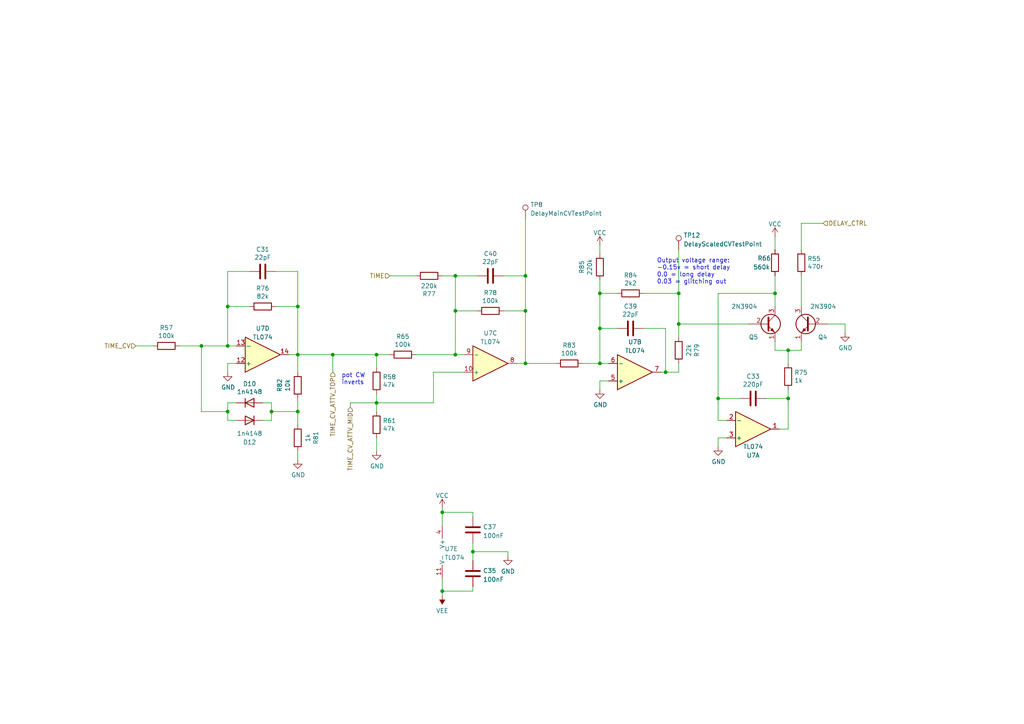
<source format=kicad_sch>
(kicad_sch (version 20211123) (generator eeschema)
  (paper "A4")
  (title_block (title "Ouroboros") (date "2023-05-13") (rev "r02") (comment 2 "creativecommons.org/licenses/by/4.0/") (comment 3 "License: CC BY 4.0") (comment 4 "Author: Guy John"))
  (lib_symbols
    (symbol "Amplifier_Operational:TL074" (pin_names (offset 0.127))
      (property "Reference" "U" (at 0 5.08 0))
      (property "Value" "TL074" (at 0 -5.08 0))
      (symbol "TL074_1_1"
        (polyline (pts (xy -5.08 5.08) (xy 5.08 0) (xy -5.08 -5.08) (xy -5.08 5.08)) (stroke (width 0.254)) (fill (type background)))
        (pin output line (at 7.62 0 180) (length 2.54) (name "~") (number "1"))
        (pin input line (at -7.62 -2.54 0) (length 2.54) (name "-") (number "2"))
        (pin input line (at -7.62 2.54 0) (length 2.54) (name "+") (number "3"))
      )
      (symbol "TL074_2_1"
        (polyline (pts (xy -5.08 5.08) (xy 5.08 0) (xy -5.08 -5.08) (xy -5.08 5.08)) (stroke (width 0.254)) (fill (type background)))
        (pin input line (at -7.62 2.54 0) (length 2.54) (name "+") (number "5"))
        (pin input line (at -7.62 -2.54 0) (length 2.54) (name "-") (number "6"))
        (pin output line (at 7.62 0 180) (length 2.54) (name "~") (number "7"))
      )
      (symbol "TL074_3_1"
        (polyline (pts (xy -5.08 5.08) (xy 5.08 0) (xy -5.08 -5.08) (xy -5.08 5.08)) (stroke (width 0.254)) (fill (type background)))
        (pin input line (at -7.62 2.54 0) (length 2.54) (name "+") (number "10"))
        (pin output line (at 7.62 0 180) (length 2.54) (name "~") (number "8"))
        (pin input line (at -7.62 -2.54 0) (length 2.54) (name "-") (number "9"))
      )
      (symbol "TL074_4_1"
        (polyline (pts (xy -5.08 5.08) (xy 5.08 0) (xy -5.08 -5.08) (xy -5.08 5.08)) (stroke (width 0.254)) (fill (type background)))
        (pin input line (at -7.62 2.54 0) (length 2.54) (name "+") (number "12"))
        (pin input line (at -7.62 -2.54 0) (length 2.54) (name "-") (number "13"))
        (pin output line (at 7.62 0 180) (length 2.54) (name "~") (number "14"))
      )
      (symbol "TL074_5_1"
        (pin power_in line (at -2.54 -7.62 90) (length 3.81) (name "V-") (number "11"))
        (pin power_in line (at -2.54 7.62 270) (length 3.81) (name "V+") (number "4"))
      )
    )
    (symbol "Connector:TestPoint" (pin_numbers hide) (pin_names (offset 0.762) hide)
      (property "Reference" "TP" (at 0 6.858 0))
      (property "Value" "TestPoint" (at 0 5.08 0))
      (symbol "TestPoint_0_1"
        (circle (center 0 3.302) (radius 0.762))
      )
      (symbol "TestPoint_1_1"
        (pin passive line (at 0 0 90) (length 2.54) (name "1") (number "1"))
      )
    )
    (symbol "Device:D" (pin_numbers hide) (pin_names (offset 1.016) hide)
      (property "Reference" "D" (at 0 2.54 0))
      (property "Value" "D" (at 0 -2.54 0))
      (symbol "D_0_1"
        (polyline (pts (xy -1.27 1.27) (xy -1.27 -1.27)) (stroke (width 0.254)))
        (polyline (pts (xy 1.27 0) (xy -1.27 0)))
        (polyline (pts (xy 1.27 1.27) (xy 1.27 -1.27) (xy -1.27 0) (xy 1.27 1.27)) (stroke (width 0.254)))
      )
      (symbol "D_1_1"
        (pin passive line (at -3.81 0 0) (length 2.54) (name "K") (number "1"))
        (pin passive line (at 3.81 0 180) (length 2.54) (name "A") (number "2"))
      )
    )
    (symbol "Transistor_BJT:2N3904" (pin_names (offset 0) hide)
      (property "Reference" "Q" (at 5.08 1.905 0))
      (property "Value" "2N3904" (at 5.08 0 0))
      (symbol "2N3904_0_1"
        (polyline (pts (xy 0.635 0.635) (xy 2.54 2.54)))
        (polyline (pts (xy 0.635 -0.635) (xy 2.54 -2.54) (xy 2.54 -2.54)))
        (polyline (pts (xy 0.635 1.905) (xy 0.635 -1.905) (xy 0.635 -1.905)) (stroke (width 0.508)))
        (polyline (pts (xy 1.27 -1.778) (xy 1.778 -1.27) (xy 2.286 -2.286) (xy 1.27 -1.778) (xy 1.27 -1.778)) (fill (type outline)))
        (circle (center 1.27 0) (radius 2.8194) (stroke (width 0.254)))
      )
      (symbol "2N3904_1_1"
        (pin passive line (at 2.54 -5.08 90) (length 2.54) (name "E") (number "1"))
        (pin passive line (at -5.08 0 0) (length 5.715) (name "B") (number "2"))
        (pin passive line (at 2.54 5.08 270) (length 2.54) (name "C") (number "3"))
      )
    )
    (symbol "power:GND" (power) (pin_names (offset 0))
      (property "Value" "GND" (at 0 -3.81 0))
      (symbol "GND_0_1"
        (polyline (pts (xy 0 0) (xy 0 -1.27) (xy 1.27 -1.27) (xy 0 -2.54) (xy -1.27 -1.27) (xy 0 -1.27)))
      )
      (symbol "GND_1_1"
        (pin power_in line (at 0 0 270) (length 0) hide (name "GND") (number "1"))
      )
    )
    (symbol "power:VCC" (power) (pin_names (offset 0))
      (property "Value" "VCC" (at 0 3.81 0))
      (symbol "VCC_0_1"
        (polyline (pts (xy -0.762 1.27) (xy 0 2.54)))
        (polyline (pts (xy 0 0) (xy 0 2.54)))
        (polyline (pts (xy 0 2.54) (xy 0.762 1.27)))
      )
      (symbol "VCC_1_1"
        (pin power_in line (at 0 0 90) (length 0) hide (name "VCC") (number "1"))
      )
    )
    (symbol "power:VEE" (power) (pin_names (offset 0))
      (property "Value" "VEE" (at 0 3.81 0))
      (symbol "VEE_0_1"
        (polyline (pts (xy 0 0) (xy 0 2.54)))
        (polyline (pts (xy 0.762 1.27) (xy -0.762 1.27) (xy 0 2.54) (xy 0.762 1.27)) (fill (type outline)))
      )
      (symbol "VEE_1_1"
        (pin power_in line (at 0 0 90) (length 0) hide (name "VEE") (number "1"))
      )
    )
    (symbol "rumblesan-standard-parts:C" (pin_numbers hide) (pin_names (offset 0.254))
      (property "Reference" "C12" (at -3.175 0 90))
      (property "Value" "C" (at 1.905 1.905 90))
      (symbol "C_0_1"
        (polyline (pts (xy -2.032 -0.762) (xy 2.032 -0.762)) (stroke (width 0.508)))
        (polyline (pts (xy -2.032 0.762) (xy 2.032 0.762)) (stroke (width 0.508)))
      )
      (symbol "C_1_1"
        (pin passive line (at 0 3.81 270) (length 2.794) (name "~") (number "1"))
        (pin passive line (at 0 -3.81 90) (length 2.794) (name "~") (number "2"))
      )
    )
    (symbol "rumblesan-standard-parts:R" (pin_numbers hide) (pin_names (offset 0))
      (property "Reference" "R?" (at 0 0 90))
      (property "Value" "R" (at 0.635 1.905 90))
      (symbol "R_0_1"
        (rectangle (start 1.016 2.54) (end -1.016 -2.54) (stroke (width 0.254)))
      )
      (symbol "R_1_1"
        (pin passive line (at 0 -3.81 90) (length 1.27) (name "~") (number "1"))
        (pin passive line (at 0 3.81 270) (length 1.27) (name "~") (number "2"))
      )
    )
  )
  (junction (at 137.16 160.02))
  (junction (at 128.27 171.45))
  (junction (at 132.08 80.01))
  (junction (at 196.85 85.09))
  (junction (at 78.74 119.38))
  (junction (at 173.99 105.41))
  (junction (at 152.4 105.41))
  (junction (at 173.99 85.09))
  (junction (at 109.22 102.87))
  (junction (at 66.04 119.38))
  (junction (at 228.6 101.6))
  (junction (at 224.79 85.09))
  (junction (at 86.36 102.87))
  (junction (at 66.04 88.9))
  (junction (at 228.6 115.57))
  (junction (at 86.36 119.38))
  (junction (at 128.27 148.59))
  (junction (at 86.36 88.9))
  (junction (at 173.99 95.25))
  (junction (at 96.52 102.87))
  (junction (at 152.4 90.17))
  (junction (at 196.85 93.98))
  (junction (at 132.08 90.17))
  (junction (at 132.08 102.87))
  (junction (at 109.22 116.84))
  (junction (at 66.04 100.33))
  (junction (at 152.4 80.01))
  (junction (at 193.04 107.95))
  (junction (at 58.42 100.33))
  (junction (at 208.28 115.57))
  (wire (pts (xy 232.41 80.01) (xy 232.41 88.9)))
  (wire (pts (xy 245.11 93.98) (xy 245.11 96.52)))
  (wire (pts (xy 173.99 81.28) (xy 173.99 85.09)))
  (wire (pts (xy 101.6 116.84) (xy 109.22 116.84)))
  (wire (pts (xy 208.28 127) (xy 208.28 129.54)))
  (wire (pts (xy 173.99 95.25) (xy 173.99 85.09)))
  (wire (pts (xy 109.22 114.3) (xy 109.22 116.84)))
  (wire (pts (xy 176.53 110.49) (xy 173.99 110.49)))
  (wire (pts (xy 125.73 116.84) (xy 109.22 116.84)))
  (wire (pts (xy 132.08 80.01) (xy 138.43 80.01)))
  (wire (pts (xy 58.42 100.33) (xy 66.04 100.33)))
  (wire (pts (xy 193.04 107.95) (xy 193.04 95.25)))
  (wire (pts (xy 113.03 80.01) (xy 120.65 80.01)))
  (wire (pts (xy 39.37 100.33) (xy 44.45 100.33)))
  (wire (pts (xy 58.42 119.38) (xy 58.42 100.33)))
  (wire (pts (xy 86.36 119.38) (xy 86.36 123.19)))
  (wire (pts (xy 109.22 127) (xy 109.22 130.81)))
  (wire (pts (xy 196.85 72.39) (xy 196.85 85.09)))
  (wire (pts (xy 191.77 107.95) (xy 193.04 107.95)))
  (wire (pts (xy 109.22 116.84) (xy 109.22 119.38)))
  (wire (pts (xy 210.82 121.92) (xy 208.28 121.92)))
  (wire (pts (xy 208.28 121.92) (xy 208.28 115.57)))
  (wire (pts (xy 128.27 147.32) (xy 128.27 148.59)))
  (wire (pts (xy 193.04 107.95) (xy 196.85 107.95)))
  (wire (pts (xy 168.91 105.41) (xy 173.99 105.41)))
  (wire (pts (xy 132.08 80.01) (xy 132.08 90.17)))
  (wire (pts (xy 149.86 105.41) (xy 152.4 105.41)))
  (wire (pts (xy 137.16 148.59) (xy 128.27 148.59)))
  (wire (pts (xy 58.42 100.33) (xy 52.07 100.33)))
  (wire (pts (xy 173.99 110.49) (xy 173.99 113.03)))
  (wire (pts (xy 86.36 88.9) (xy 80.01 88.9)))
  (wire (pts (xy 128.27 80.01) (xy 132.08 80.01)))
  (wire (pts (xy 128.27 148.59) (xy 128.27 152.4)))
  (wire (pts (xy 193.04 95.25) (xy 186.69 95.25)))
  (wire (pts (xy 66.04 119.38) (xy 66.04 116.84)))
  (wire (pts (xy 240.03 93.98) (xy 245.11 93.98)))
  (wire (pts (xy 152.4 90.17) (xy 152.4 105.41)))
  (wire (pts (xy 128.27 171.45) (xy 128.27 172.72)))
  (wire (pts (xy 68.58 105.41) (xy 66.04 105.41)))
  (wire (pts (xy 173.99 105.41) (xy 176.53 105.41)))
  (wire (pts (xy 228.6 101.6) (xy 224.79 101.6)))
  (wire (pts (xy 109.22 102.87) (xy 113.03 102.87)))
  (wire (pts (xy 66.04 121.92) (xy 66.04 119.38)))
  (wire (pts (xy 134.62 107.95) (xy 125.73 107.95)))
  (wire (pts (xy 137.16 170.18) (xy 137.16 171.45)))
  (wire (pts (xy 66.04 119.38) (xy 58.42 119.38)))
  (wire (pts (xy 146.05 80.01) (xy 152.4 80.01)))
  (wire (pts (xy 125.73 107.95) (xy 125.73 116.84)))
  (wire (pts (xy 132.08 90.17) (xy 132.08 102.87)))
  (wire (pts (xy 86.36 102.87) (xy 96.52 102.87)))
  (wire (pts (xy 196.85 85.09) (xy 196.85 93.98)))
  (wire (pts (xy 138.43 90.17) (xy 132.08 90.17)))
  (wire (pts (xy 224.79 85.09) (xy 224.79 80.01)))
  (wire (pts (xy 76.2 116.84) (xy 78.74 116.84)))
  (wire (pts (xy 208.28 115.57) (xy 214.63 115.57)))
  (wire (pts (xy 66.04 78.74) (xy 66.04 88.9)))
  (wire (pts (xy 208.28 115.57) (xy 208.28 85.09)))
  (wire (pts (xy 208.28 85.09) (xy 224.79 85.09)))
  (wire (pts (xy 232.41 64.77) (xy 232.41 72.39)))
  (wire (pts (xy 186.69 85.09) (xy 196.85 85.09)))
  (wire (pts (xy 137.16 157.48) (xy 137.16 160.02)))
  (wire (pts (xy 86.36 88.9) (xy 86.36 78.74)))
  (wire (pts (xy 173.99 71.12) (xy 173.99 73.66)))
  (wire (pts (xy 137.16 149.86) (xy 137.16 148.59)))
  (wire (pts (xy 128.27 167.64) (xy 128.27 171.45)))
  (wire (pts (xy 96.52 107.95) (xy 96.52 102.87)))
  (wire (pts (xy 224.79 68.58) (xy 224.79 72.39)))
  (wire (pts (xy 66.04 100.33) (xy 66.04 88.9)))
  (wire (pts (xy 120.65 102.87) (xy 132.08 102.87)))
  (wire (pts (xy 147.32 161.29) (xy 147.32 160.02)))
  (wire (pts (xy 86.36 102.87) (xy 86.36 88.9)))
  (wire (pts (xy 86.36 102.87) (xy 86.36 107.95)))
  (wire (pts (xy 173.99 85.09) (xy 179.07 85.09)))
  (wire (pts (xy 86.36 119.38) (xy 78.74 119.38)))
  (wire (pts (xy 96.52 102.87) (xy 109.22 102.87)))
  (wire (pts (xy 147.32 160.02) (xy 137.16 160.02)))
  (wire (pts (xy 222.25 115.57) (xy 228.6 115.57)))
  (wire (pts (xy 66.04 116.84) (xy 68.58 116.84)))
  (wire (pts (xy 72.39 78.74) (xy 66.04 78.74)))
  (wire (pts (xy 132.08 102.87) (xy 134.62 102.87)))
  (wire (pts (xy 196.85 107.95) (xy 196.85 105.41)))
  (wire (pts (xy 224.79 101.6) (xy 224.79 99.06)))
  (wire (pts (xy 228.6 105.41) (xy 228.6 101.6)))
  (wire (pts (xy 83.82 102.87) (xy 86.36 102.87)))
  (wire (pts (xy 66.04 100.33) (xy 68.58 100.33)))
  (wire (pts (xy 86.36 78.74) (xy 80.01 78.74)))
  (wire (pts (xy 109.22 106.68) (xy 109.22 102.87)))
  (wire (pts (xy 66.04 105.41) (xy 66.04 107.95)))
  (wire (pts (xy 86.36 130.81) (xy 86.36 133.35)))
  (wire (pts (xy 232.41 99.06) (xy 232.41 101.6)))
  (wire (pts (xy 152.4 80.01) (xy 152.4 90.17)))
  (wire (pts (xy 152.4 105.41) (xy 161.29 105.41)))
  (wire (pts (xy 137.16 171.45) (xy 128.27 171.45)))
  (wire (pts (xy 68.58 121.92) (xy 66.04 121.92)))
  (wire (pts (xy 137.16 160.02) (xy 137.16 162.56)))
  (wire (pts (xy 78.74 121.92) (xy 76.2 121.92)))
  (wire (pts (xy 179.07 95.25) (xy 173.99 95.25)))
  (wire (pts (xy 78.74 119.38) (xy 78.74 121.92)))
  (wire (pts (xy 66.04 88.9) (xy 72.39 88.9)))
  (wire (pts (xy 86.36 115.57) (xy 86.36 119.38)))
  (wire (pts (xy 232.41 101.6) (xy 228.6 101.6)))
  (wire (pts (xy 228.6 124.46) (xy 226.06 124.46)))
  (wire (pts (xy 232.41 64.77) (xy 238.76 64.77)))
  (wire (pts (xy 196.85 93.98) (xy 196.85 97.79)))
  (wire (pts (xy 228.6 124.46) (xy 228.6 115.57)))
  (wire (pts (xy 101.6 118.11) (xy 101.6 116.84)))
  (wire (pts (xy 146.05 90.17) (xy 152.4 90.17)))
  (wire (pts (xy 173.99 105.41) (xy 173.99 95.25)))
  (wire (pts (xy 210.82 127) (xy 208.28 127)))
  (wire (pts (xy 228.6 113.03) (xy 228.6 115.57)))
  (wire (pts (xy 217.17 93.98) (xy 196.85 93.98)))
  (wire (pts (xy 152.4 63.5) (xy 152.4 80.01)))
  (wire (pts (xy 78.74 116.84) (xy 78.74 119.38)))
  (wire (pts (xy 224.79 85.09) (xy 224.79 88.9)))
  (text "Output voltage range:\n-0.15v = short delay\n0.0 = long delay\n0.03 = glitching out" (at 190.5 82.55 0) (effects (font (size 1.27 1.27)) (justify left bottom)))
  (text "pot CW\ninverts" (at 99.06 111.76 0) (effects (font (size 1.27 1.27)) (justify left bottom)))
  (hierarchical_label "TIME_CV_ATTV_TOP" (shape input) (at 96.52 107.95 270))
  (hierarchical_label "DELAY_CTRL" (shape input) (at 238.76 64.77 0))
  (hierarchical_label "TIME_CV_ATTV_MID" (shape input) (at 101.6 118.11 270))
  (hierarchical_label "TIME" (shape input) (at 113.03 80.01 180))
  (hierarchical_label "TIME_CV" (shape input) (at 39.37 100.33 180))
  (symbol (lib_id "rumblesan-standard-parts:R") (at 124.46 80.01 90) (unit 1)
    (property "Reference" "R77" (at 124.46 85.2678 90))
    (property "Value" "220k" (at 124.46 82.9564 90))
    (property "Footprint" "rumblesan-standard-parts:R_Axial_DIN0207_L6.3mm_D2.5mm_P10.16mm_Horizontal" (effects hide))
    (property "Spec" "metal film" (effects hide))
    (property "Tolerance" "1%" (effects hide))
    (property "Power" "0.5W" (effects hide))
  )
  (symbol (lib_id "power:GND") (at 109.22 130.81 0) (unit 1)
    (property "Reference" "#PWR0186" (effects hide))
    (property "Value" "GND" (at 109.347 135.2042 0))
  )
  (symbol (lib_id "rumblesan-standard-parts:R") (at 224.79 76.2 0) (unit 1)
    (property "Reference" "R66" (at 219.71 74.93 0) (effects (justify left)))
    (property "Value" "560k" (at 218.44 77.47 0) (effects (justify left)))
    (property "Footprint" "rumblesan-standard-parts:R_Axial_DIN0207_L6.3mm_D2.5mm_P10.16mm_Horizontal" (effects hide))
    (property "Spec" "metal film" (effects hide))
    (property "Tolerance" "1%" (effects hide))
    (property "Power" "0.5W" (effects hide))
  )
  (symbol (lib_id "Connector:TestPoint") (at 196.85 72.39 0) (unit 1)
    (property "Reference" "TP12" (at 198.247 68.2533 0) (effects (justify left)))
    (property "Value" "DelayScaledCVTestPoint" (at 198.247 70.7902 0) (effects (justify left)))
    (property "Footprint" "rumblesan-standard-parts:TestPoint_Loop_D2.50mm_Drill1.0mm_LowProfile" (effects hide))
  )
  (symbol (lib_id "Device:D") (at 72.39 116.84 0) (unit 1)
    (property "Reference" "D10" (at 72.39 111.3282 0))
    (property "Value" "1n4148" (at 72.39 113.6396 0))
    (property "Footprint" "rumblesan-standard-parts:D_DO-35_SOD27_P7.62mm_Horizontal" (effects hide))
  )
  (symbol (lib_id "rumblesan-standard-parts:R") (at 228.6 109.22 0) (unit 1)
    (property "Reference" "R75" (at 230.378 108.0516 0) (effects (justify left)))
    (property "Value" "1k" (at 230.378 110.363 0) (effects (justify left)))
    (property "Footprint" "rumblesan-standard-parts:R_Axial_DIN0207_L6.3mm_D2.5mm_P10.16mm_Horizontal" (effects hide))
    (property "Spec" "metal film" (effects hide))
    (property "Tolerance" "1%" (effects hide))
    (property "Power" "0.5W" (effects hide))
  )
  (symbol (lib_id "power:VCC") (at 224.79 68.58 0) (unit 1)
    (property "Reference" "#PWR0190" (effects hide))
    (property "Value" "VCC" (at 224.79 65.0042 0))
  )
  (symbol (lib_id "power:VEE") (at 128.27 172.72 180) (unit 1)
    (property "Reference" "#PWR0200" (effects hide))
    (property "Value" "VEE" (at 128.27 177.1634 0))
  )
  (symbol (lib_id "rumblesan-standard-parts:R") (at 86.36 127 180) (unit 1)
    (property "Reference" "R81" (at 91.6178 127 90))
    (property "Value" "1k" (at 89.3064 127 90))
    (property "Footprint" "rumblesan-standard-parts:R_Axial_DIN0207_L6.3mm_D2.5mm_P10.16mm_Horizontal" (effects hide))
    (property "Spec" "metal film" (effects hide))
    (property "Tolerance" "1%" (effects hide))
    (property "Power" "0.5W" (effects hide))
  )
  (symbol (lib_id "rumblesan-standard-parts:R") (at 182.88 85.09 270) (unit 1)
    (property "Reference" "R84" (at 182.88 79.8322 90))
    (property "Value" "2k2" (at 182.88 82.1436 90))
    (property "Footprint" "rumblesan-standard-parts:R_Axial_DIN0207_L6.3mm_D2.5mm_P10.16mm_Horizontal" (effects hide))
    (property "Spec" "metal film" (effects hide))
    (property "Tolerance" "1%" (effects hide))
    (property "Power" "0.5W" (effects hide))
  )
  (symbol (lib_id "rumblesan-standard-parts:C") (at 182.88 95.25 270) (unit 1)
    (property "Reference" "C39" (at 182.88 88.8492 90))
    (property "Value" "22pF" (at 182.88 91.1606 90))
    (property "Footprint" "rumblesan-standard-parts:C_Rect_L7.0mm_W2.5mm_P5.00mm" (effects hide))
    (property "Spec" "ceramic C0G" (effects hide))
    (property "Tolerance" "5%" (effects hide))
  )
  (symbol (lib_id "rumblesan-standard-parts:R") (at 142.24 90.17 270) (unit 1)
    (property "Reference" "R78" (at 142.24 84.9122 90))
    (property "Value" "100k" (at 142.24 87.2236 90))
    (property "Footprint" "rumblesan-standard-parts:R_Axial_DIN0207_L6.3mm_D2.5mm_P10.16mm_Horizontal" (effects hide))
    (property "Spec" "metal film" (effects hide))
    (property "Tolerance" "1%" (effects hide))
    (property "Power" "0.5W" (effects hide))
  )
  (symbol (lib_id "Device:D") (at 72.39 121.92 180) (unit 1)
    (property "Reference" "D12" (at 72.39 128.27 0))
    (property "Value" "1n4148" (at 72.39 125.73 0))
    (property "Footprint" "rumblesan-standard-parts:D_DO-35_SOD27_P7.62mm_Horizontal" (effects hide))
  )
  (symbol (lib_id "rumblesan-standard-parts:R") (at 109.22 110.49 180) (unit 1)
    (property "Reference" "R58" (at 110.998 109.3216 0) (effects (justify right)))
    (property "Value" "47k" (at 110.998 111.633 0) (effects (justify right)))
    (property "Footprint" "rumblesan-standard-parts:R_Axial_DIN0207_L6.3mm_D2.5mm_P10.16mm_Horizontal" (effects hide))
    (property "Spec" "metal film" (effects hide))
    (property "Tolerance" "1%" (effects hide))
    (property "Power" "0.5W" (effects hide))
  )
  (symbol (lib_id "rumblesan-standard-parts:R") (at 165.1 105.41 270) (unit 1)
    (property "Reference" "R83" (at 165.1 100.1522 90))
    (property "Value" "100k" (at 165.1 102.4636 90))
    (property "Footprint" "rumblesan-standard-parts:R_Axial_DIN0207_L6.3mm_D2.5mm_P10.16mm_Horizontal" (effects hide))
    (property "Spec" "metal film" (effects hide))
    (property "Tolerance" "1%" (effects hide))
    (property "Power" "0.5W" (effects hide))
  )
  (symbol (lib_id "rumblesan-standard-parts:C") (at 76.2 78.74 270) (unit 1)
    (property "Reference" "C31" (at 76.2 72.3392 90))
    (property "Value" "22pF" (at 76.2 74.6506 90))
    (property "Footprint" "rumblesan-standard-parts:C_Rect_L7.0mm_W2.5mm_P5.00mm" (effects hide))
    (property "Spec" "ceramic C0G" (effects hide))
    (property "Tolerance" "5%" (effects hide))
  )
  (symbol (lib_id "Amplifier_Operational:TL074") (at 130.81 160.02 0) (unit 5)
    (property "Reference" "U7" (at 128.905 159.1853 0) (effects (justify left)))
    (property "Value" "TL074" (at 128.905 161.7222 0) (effects (justify left)))
    (property "Footprint" "rumblesan-standard-parts:DIP-14_W7.62mm_Socket" (effects hide))
    (property "Datasheet" "http://www.ti.com/lit/ds/symlink/tl071.pdf" (effects hide))
  )
  (symbol (lib_id "rumblesan-standard-parts:C") (at 137.16 153.67 0) (unit 1)
    (property "Reference" "C37" (at 140.081 152.8353 0) (effects (justify left)))
    (property "Value" "100nF" (at 140.081 155.3722 0) (effects (justify left)))
    (property "Footprint" "rumblesan-standard-parts:C_Rect_L7.0mm_W2.5mm_P5.00mm" (effects hide))
    (property "Spec" "ceramic X7R" (effects hide))
    (property "Tolerance" "5%" (effects hide))
  )
  (symbol (lib_id "rumblesan-standard-parts:R") (at 76.2 88.9 270) (unit 1)
    (property "Reference" "R76" (at 76.2 83.6422 90))
    (property "Value" "82k" (at 76.2 85.9536 90))
    (property "Footprint" "rumblesan-standard-parts:R_Axial_DIN0207_L6.3mm_D2.5mm_P10.16mm_Horizontal" (effects hide))
    (property "Spec" "metal film" (effects hide))
    (property "Tolerance" "1%" (effects hide))
    (property "Power" "0.5W" (effects hide))
  )
  (symbol (lib_id "rumblesan-standard-parts:C") (at 142.24 80.01 270) (unit 1)
    (property "Reference" "C40" (at 142.24 73.6092 90))
    (property "Value" "22pF" (at 142.24 75.9206 90))
    (property "Footprint" "rumblesan-standard-parts:C_Rect_L7.0mm_W2.5mm_P5.00mm" (effects hide))
    (property "Spec" "ceramic C0G" (effects hide))
    (property "Tolerance" "5%" (effects hide))
  )
  (symbol (lib_id "Amplifier_Operational:TL074") (at 76.2 102.87 0) (mirror x) (unit 4)
    (property "Reference" "U7" (at 76.2 95.25 0))
    (property "Value" "TL074" (at 76.2 97.79 0))
    (property "Footprint" "rumblesan-standard-parts:DIP-14_W7.62mm_Socket" (effects hide))
    (property "Datasheet" "http://www.ti.com/lit/ds/symlink/tl071.pdf" (effects hide))
  )
  (symbol (lib_id "rumblesan-standard-parts:R") (at 109.22 123.19 180) (unit 1)
    (property "Reference" "R61" (at 110.998 122.0216 0) (effects (justify right)))
    (property "Value" "47k" (at 110.998 124.333 0) (effects (justify right)))
    (property "Footprint" "rumblesan-standard-parts:R_Axial_DIN0207_L6.3mm_D2.5mm_P10.16mm_Horizontal" (effects hide))
    (property "Spec" "metal film" (effects hide))
    (property "Tolerance" "1%" (effects hide))
    (property "Power" "0.5W" (effects hide))
  )
  (symbol (lib_id "Amplifier_Operational:TL074") (at 142.24 105.41 0) (mirror x) (unit 3)
    (property "Reference" "U7" (at 142.24 96.6302 0))
    (property "Value" "TL074" (at 142.24 99.1671 0))
    (property "Footprint" "rumblesan-standard-parts:DIP-14_W7.62mm_Socket" (effects hide))
    (property "Datasheet" "http://www.ti.com/lit/ds/symlink/tl071.pdf" (effects hide))
  )
  (symbol (lib_id "Transistor_BJT:2N3904") (at 222.25 93.98 0) (unit 1)
    (property "Reference" "Q5" (at 217.17 97.79 0) (effects (justify left)))
    (property "Value" "2N3904" (at 212.09 88.9 0) (effects (justify left)))
    (property "Footprint" "rumblesan-standard-parts:TO-92_Inline_Wide" (effects hide))
    (property "Datasheet" "https://www.onsemi.com/pub/Collateral/2N3903-D.PDF" (effects hide))
  )
  (symbol (lib_id "power:GND") (at 208.28 129.54 0) (unit 1)
    (property "Reference" "#PWR0189" (effects hide))
    (property "Value" "GND" (at 208.407 133.9342 0))
  )
  (symbol (lib_id "power:VCC") (at 173.99 71.12 0) (unit 1)
    (property "Reference" "#PWR0187" (effects hide))
    (property "Value" "VCC" (at 173.99 67.5442 0))
  )
  (symbol (lib_id "Amplifier_Operational:TL074") (at 184.15 107.95 0) (mirror x) (unit 2)
    (property "Reference" "U7" (at 184.15 99.1702 0))
    (property "Value" "TL074" (at 184.15 101.7071 0))
    (property "Footprint" "rumblesan-standard-parts:DIP-14_W7.62mm_Socket" (effects hide))
    (property "Datasheet" "http://www.ti.com/lit/ds/symlink/tl071.pdf" (effects hide))
  )
  (symbol (lib_id "rumblesan-standard-parts:C") (at 218.44 115.57 90) (unit 1)
    (property "Reference" "C33" (at 218.44 109.1692 90))
    (property "Value" "220pF" (at 218.44 111.4806 90))
    (property "Footprint" "rumblesan-standard-parts:C_Rect_L7.0mm_W2.5mm_P5.00mm" (effects hide))
    (property "Spec" "ceramic C0G" (effects hide))
    (property "Tolerance" "5%" (effects hide))
  )
  (symbol (lib_id "Amplifier_Operational:TL074") (at 218.44 124.46 0) (mirror x) (unit 1)
    (property "Reference" "U7" (at 218.44 132.08 0))
    (property "Value" "TL074" (at 218.44 129.54 0))
    (property "Footprint" "rumblesan-standard-parts:DIP-14_W7.62mm_Socket" (effects hide))
    (property "Datasheet" "http://www.ti.com/lit/ds/symlink/tl071.pdf" (effects hide))
  )
  (symbol (lib_id "rumblesan-standard-parts:R") (at 232.41 76.2 0) (unit 1)
    (property "Reference" "R55" (at 234.188 75.0316 0) (effects (justify left)))
    (property "Value" "470r" (at 234.188 77.343 0) (effects (justify left)))
    (property "Footprint" "rumblesan-standard-parts:R_Axial_DIN0207_L6.3mm_D2.5mm_P10.16mm_Horizontal" (effects hide))
    (property "Spec" "metal film" (effects hide))
    (property "Tolerance" "1%" (effects hide))
    (property "Power" "0.5W" (effects hide))
  )
  (symbol (lib_id "rumblesan-standard-parts:R") (at 116.84 102.87 270) (unit 1)
    (property "Reference" "R65" (at 116.84 97.6122 90))
    (property "Value" "100k" (at 116.84 99.9236 90))
    (property "Footprint" "rumblesan-standard-parts:R_Axial_DIN0207_L6.3mm_D2.5mm_P10.16mm_Horizontal" (effects hide))
    (property "Spec" "metal film" (effects hide))
    (property "Tolerance" "1%" (effects hide))
    (property "Power" "0.5W" (effects hide))
  )
  (symbol (lib_id "Connector:TestPoint") (at 152.4 63.5 0) (unit 1)
    (property "Reference" "TP8" (at 153.797 59.3633 0) (effects (justify left)))
    (property "Value" "DelayMainCVTestPoint" (at 153.797 61.9002 0) (effects (justify left)))
    (property "Footprint" "rumblesan-standard-parts:TestPoint_Loop_D2.50mm_Drill1.0mm_LowProfile" (effects hide))
  )
  (symbol (lib_id "power:GND") (at 86.36 133.35 0) (unit 1)
    (property "Reference" "#PWR0185" (effects hide))
    (property "Value" "GND" (at 86.487 137.7442 0))
  )
  (symbol (lib_id "power:GND") (at 147.32 161.29 0) (unit 1)
    (property "Reference" "#PWR0201" (effects hide))
    (property "Value" "GND" (at 147.32 165.7334 0))
  )
  (symbol (lib_id "rumblesan-standard-parts:R") (at 196.85 101.6 180) (unit 1)
    (property "Reference" "R79" (at 202.1078 101.6 90))
    (property "Value" "22k" (at 199.7964 101.6 90))
    (property "Footprint" "rumblesan-standard-parts:R_Axial_DIN0207_L6.3mm_D2.5mm_P10.16mm_Horizontal" (effects hide))
    (property "Spec" "metal film" (effects hide))
    (property "Tolerance" "1%" (effects hide))
    (property "Power" "0.5W" (effects hide))
  )
  (symbol (lib_id "Transistor_BJT:2N3904") (at 234.95 93.98 0) (mirror y) (unit 1)
    (property "Reference" "Q4" (at 240.03 97.79 0) (effects (justify left)))
    (property "Value" "2N3904" (at 242.57 88.9 0) (effects (justify left)))
    (property "Footprint" "rumblesan-standard-parts:TO-92_Inline_Wide" (effects hide))
    (property "Datasheet" "https://www.onsemi.com/pub/Collateral/2N3903-D.PDF" (effects hide))
  )
  (symbol (lib_id "power:GND") (at 66.04 107.95 0) (unit 1)
    (property "Reference" "#PWR0184" (effects hide))
    (property "Value" "GND" (at 66.167 112.3442 0))
  )
  (symbol (lib_id "rumblesan-standard-parts:C") (at 137.16 166.37 0) (unit 1)
    (property "Reference" "C35" (at 140.081 165.5353 0) (effects (justify left)))
    (property "Value" "100nF" (at 140.081 168.0722 0) (effects (justify left)))
    (property "Footprint" "rumblesan-standard-parts:C_Rect_L7.0mm_W2.5mm_P5.00mm" (effects hide))
    (property "Spec" "ceramic X7R" (effects hide))
    (property "Tolerance" "5%" (effects hide))
  )
  (symbol (lib_id "power:GND") (at 245.11 96.52 0) (unit 1)
    (property "Reference" "#PWR0191" (effects hide))
    (property "Value" "GND" (at 245.237 100.9142 0))
  )
  (symbol (lib_id "power:VCC") (at 128.27 147.32 0) (unit 1)
    (property "Reference" "#PWR0199" (effects hide))
    (property "Value" "VCC" (at 128.27 143.7442 0))
  )
  (symbol (lib_id "rumblesan-standard-parts:R") (at 173.99 77.47 0) (unit 1)
    (property "Reference" "R85" (at 168.7322 77.47 90))
    (property "Value" "220k" (at 171.0436 77.47 90))
    (property "Footprint" "rumblesan-standard-parts:R_Axial_DIN0207_L6.3mm_D2.5mm_P10.16mm_Horizontal" (effects hide))
    (property "Spec" "metal film" (effects hide))
    (property "Tolerance" "1%" (effects hide))
    (property "Power" "0.5W" (effects hide))
  )
  (symbol (lib_id "power:GND") (at 173.99 113.03 0) (unit 1)
    (property "Reference" "#PWR0188" (effects hide))
    (property "Value" "GND" (at 174.117 117.4242 0))
  )
  (symbol (lib_id "rumblesan-standard-parts:R") (at 86.36 111.76 0) (unit 1)
    (property "Reference" "R82" (at 81.1022 111.76 90))
    (property "Value" "10k" (at 83.4136 111.76 90))
    (property "Footprint" "rumblesan-standard-parts:R_Axial_DIN0207_L6.3mm_D2.5mm_P10.16mm_Horizontal" (effects hide))
    (property "Spec" "metal film" (effects hide))
    (property "Tolerance" "1%" (effects hide))
    (property "Power" "0.5W" (effects hide))
  )
  (symbol (lib_id "rumblesan-standard-parts:R") (at 48.26 100.33 270) (unit 1)
    (property "Reference" "R57" (at 48.26 95.0722 90))
    (property "Value" "100k" (at 48.26 97.3836 90))
    (property "Footprint" "rumblesan-standard-parts:R_Axial_DIN0207_L6.3mm_D2.5mm_P10.16mm_Horizontal" (effects hide))
    (property "Spec" "metal film" (effects hide))
    (property "Tolerance" "1%" (effects hide))
    (property "Power" "0.5W" (effects hide))
  )
)
</source>
